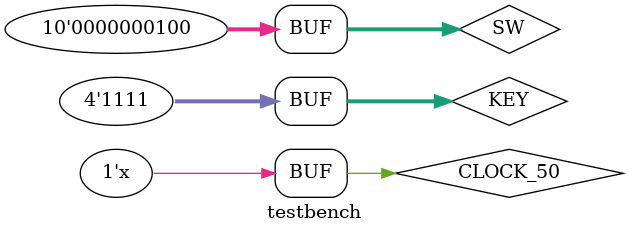
<source format=v>
`timescale 1ns / 1ps

module testbench ( );

	parameter CLOCK_PERIOD = 20;

    reg CLOCK_50;	
	reg [9:0] SW;
	reg [3:0] KEY;
	wire [9:0] LEDR;
    wire [6:0] HEX3, HEX2, HEX1, HEX0;
	wire [7:0] VGA_R;
	wire [7:0] VGA_G;
	wire [7:0] VGA_B;
	wire VGA_HS;
	wire VGA_VS;
	wire VGA_BLANK_N;
	wire VGA_SYNC_N;
	wire VGA_CLK;	

	initial begin
        CLOCK_50 <= 1'b0;
	end // initial
	always @ (*)
	begin : Clock_Generator
		#((CLOCK_PERIOD) / 2) CLOCK_50 <= ~CLOCK_50;
	end
	
	initial begin
        KEY <= 4'b0;
        #20 KEY[0] <= 1'b1; // reset
	end // initial

	initial begin
        KEY[1] <= 1'b1; KEY[2] <= 1'b1; KEY[3] <= 1'b1; SW <= 8'b100;
        #20 KEY[1] <= 1'b0; // press
        #20 KEY[1] <= 1'b1;
        #20 KEY[2] <= 1'b0;
        #20 KEY[2] <= 1'b1;
        #20 KEY[3] <= 1'b0;
        #20 KEY[3] <= 1'b1; // plot red pixl at (4,4)
	end // initial

	vga_demo U1 (CLOCK_50, SW, KEY, LEDR, VGA_R, VGA_G, VGA_B,
				VGA_HS, VGA_VS, VGA_BLANK_N, VGA_SYNC_N, VGA_CLK);

endmodule

</source>
